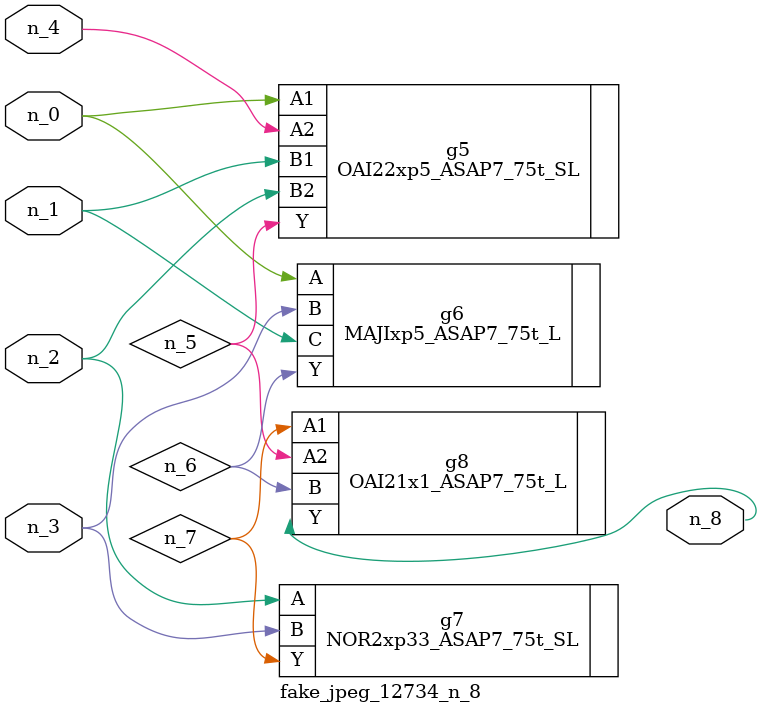
<source format=v>
module fake_jpeg_12734_n_8 (n_3, n_2, n_1, n_0, n_4, n_8);

input n_3;
input n_2;
input n_1;
input n_0;
input n_4;

output n_8;

wire n_6;
wire n_5;
wire n_7;

OAI22xp5_ASAP7_75t_SL g5 ( 
.A1(n_0),
.A2(n_4),
.B1(n_1),
.B2(n_2),
.Y(n_5)
);

MAJIxp5_ASAP7_75t_L g6 ( 
.A(n_0),
.B(n_3),
.C(n_1),
.Y(n_6)
);

NOR2xp33_ASAP7_75t_SL g7 ( 
.A(n_2),
.B(n_3),
.Y(n_7)
);

OAI21x1_ASAP7_75t_L g8 ( 
.A1(n_7),
.A2(n_5),
.B(n_6),
.Y(n_8)
);


endmodule
</source>
